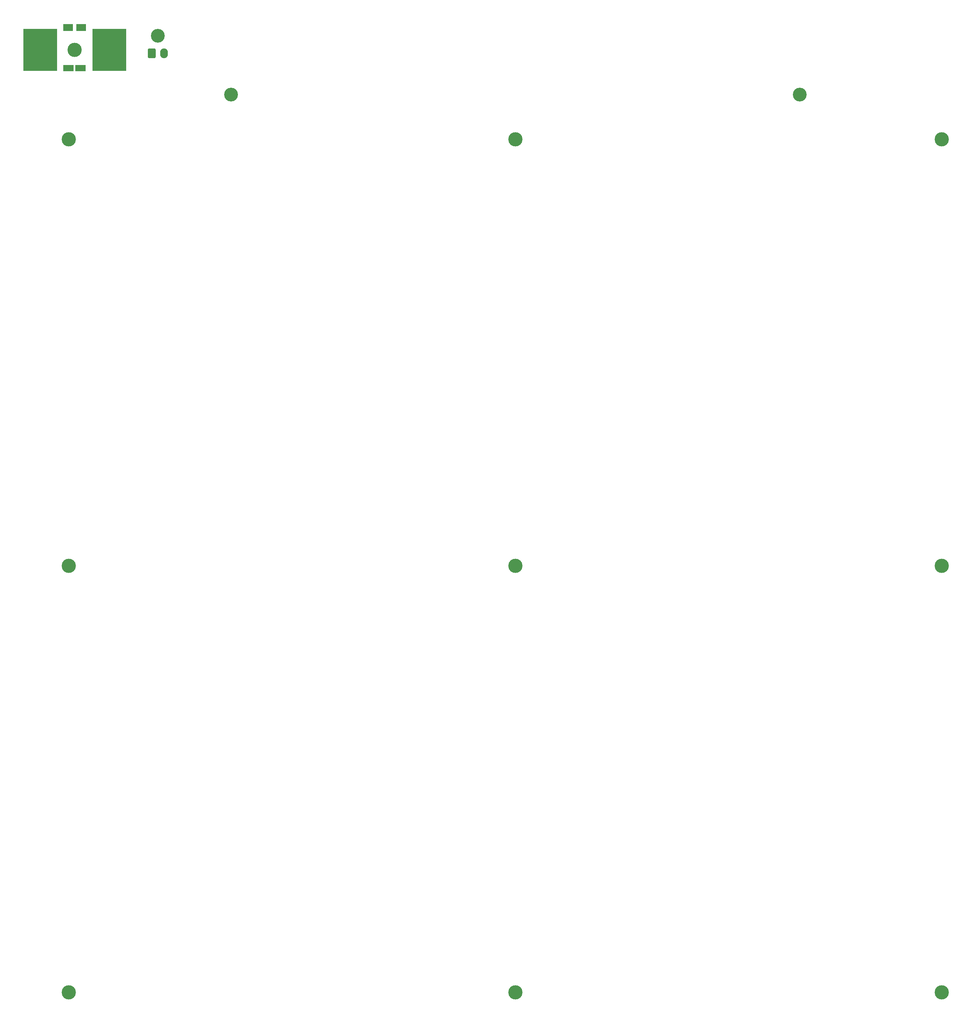
<source format=gbr>
%TF.GenerationSoftware,KiCad,Pcbnew,5.1.5*%
%TF.CreationDate,2020-05-06T17:45:38-07:00*%
%TF.ProjectId,Heatbed-MK52,48656174-6265-4642-9d4d-4b35322e6b69,rev?*%
%TF.SameCoordinates,Original*%
%TF.FileFunction,Soldermask,Top*%
%TF.FilePolarity,Negative*%
%FSLAX46Y46*%
G04 Gerber Fmt 4.6, Leading zero omitted, Abs format (unit mm)*
G04 Created by KiCad (PCBNEW 5.1.5) date 2020-05-06 17:45:38*
%MOMM*%
%LPD*%
G04 APERTURE LIST*
%ADD10C,3.500000*%
%ADD11C,3.400000*%
%ADD12R,8.400000X10.400000*%
%ADD13R,2.598880X1.598880*%
%ADD14R,2.400000X1.700000*%
%ADD15C,0.100000*%
%ADD16O,1.900000X2.420000*%
G04 APERTURE END LIST*
D10*
%TO.C,REF\002A\002A*%
X232000000Y10000000D03*
%TD*%
%TO.C,REF\002A\002A*%
X127000000Y10000000D03*
%TD*%
%TO.C,REF\002A\002A*%
X17000000Y10000000D03*
%TD*%
%TO.C,REF\002A\002A*%
X17000000Y220000000D03*
%TD*%
%TO.C,REF\002A\002A*%
X127000000Y220000000D03*
%TD*%
%TO.C,REF\002A\002A*%
X232000000Y220000000D03*
%TD*%
%TO.C,REF\002A\002A*%
X232000000Y115000000D03*
%TD*%
%TO.C,REF\002A\002A*%
X127000000Y115000000D03*
%TD*%
%TO.C,REF\002A\002A*%
X17000000Y115000000D03*
%TD*%
D11*
%TO.C,REF\002A\002A*%
X197000000Y231000000D03*
%TD*%
%TO.C,REF\002A\002A*%
X57000000Y231000000D03*
%TD*%
D12*
%TO.C,P1*%
X27000000Y242000000D03*
%TD*%
%TO.C,P2*%
X10000000Y242000000D03*
%TD*%
D10*
%TO.C,REF\002A\002A*%
X18500000Y242000000D03*
%TD*%
D13*
%TO.C,D1*%
X16950980Y237500000D03*
X19949020Y237500000D03*
%TD*%
D14*
%TO.C,R1*%
X20100000Y247500000D03*
X16900000Y247500000D03*
%TD*%
D11*
%TO.C,J1*%
X38970000Y245510000D03*
D15*
G36*
X38134372Y242398475D02*
G01*
X38165112Y242393915D01*
X38195257Y242386364D01*
X38224516Y242375895D01*
X38252609Y242362608D01*
X38279264Y242346632D01*
X38304224Y242328120D01*
X38327250Y242307250D01*
X38348120Y242284224D01*
X38366632Y242259264D01*
X38382608Y242232609D01*
X38395895Y242204516D01*
X38406364Y242175257D01*
X38413915Y242145112D01*
X38418475Y242114372D01*
X38420000Y242083333D01*
X38420000Y240296667D01*
X38418475Y240265628D01*
X38413915Y240234888D01*
X38406364Y240204743D01*
X38395895Y240175484D01*
X38382608Y240147391D01*
X38366632Y240120736D01*
X38348120Y240095776D01*
X38327250Y240072750D01*
X38304224Y240051880D01*
X38279264Y240033368D01*
X38252609Y240017392D01*
X38224516Y240004105D01*
X38195257Y239993636D01*
X38165112Y239986085D01*
X38134372Y239981525D01*
X38103333Y239980000D01*
X36836667Y239980000D01*
X36805628Y239981525D01*
X36774888Y239986085D01*
X36744743Y239993636D01*
X36715484Y240004105D01*
X36687391Y240017392D01*
X36660736Y240033368D01*
X36635776Y240051880D01*
X36612750Y240072750D01*
X36591880Y240095776D01*
X36573368Y240120736D01*
X36557392Y240147391D01*
X36544105Y240175484D01*
X36533636Y240204743D01*
X36526085Y240234888D01*
X36521525Y240265628D01*
X36520000Y240296667D01*
X36520000Y242083333D01*
X36521525Y242114372D01*
X36526085Y242145112D01*
X36533636Y242175257D01*
X36544105Y242204516D01*
X36557392Y242232609D01*
X36573368Y242259264D01*
X36591880Y242284224D01*
X36612750Y242307250D01*
X36635776Y242328120D01*
X36660736Y242346632D01*
X36687391Y242362608D01*
X36715484Y242375895D01*
X36744743Y242386364D01*
X36774888Y242393915D01*
X36805628Y242398475D01*
X36836667Y242400000D01*
X38103333Y242400000D01*
X38134372Y242398475D01*
G37*
D16*
X40470000Y241190000D03*
%TD*%
M02*

</source>
